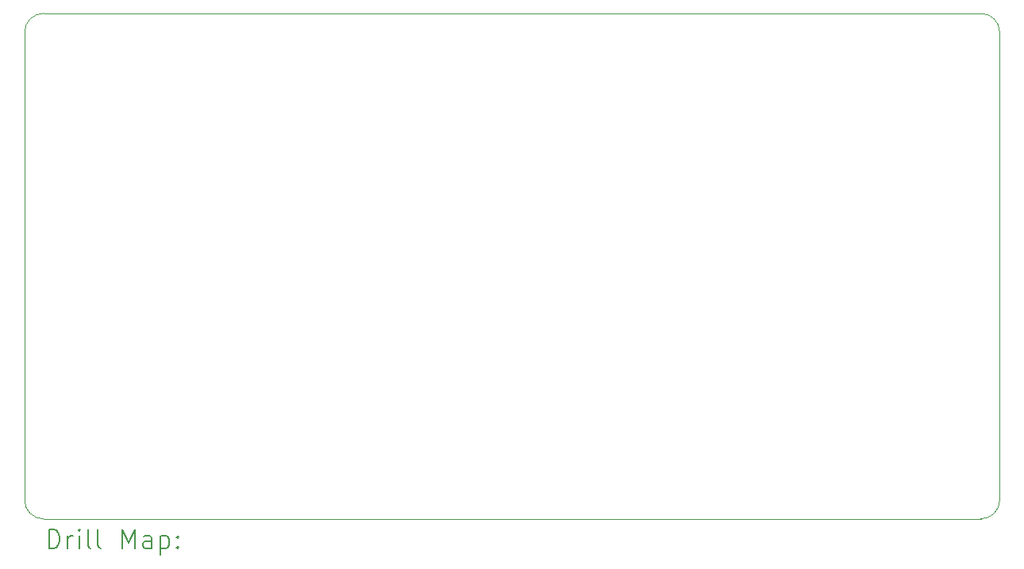
<source format=gbr>
%TF.GenerationSoftware,KiCad,Pcbnew,8.0.8*%
%TF.CreationDate,2025-02-21T18:26:26+02:00*%
%TF.ProjectId,iis22183,69697332-3231-4383-932e-6b696361645f,0*%
%TF.SameCoordinates,Original*%
%TF.FileFunction,Drillmap*%
%TF.FilePolarity,Positive*%
%FSLAX45Y45*%
G04 Gerber Fmt 4.5, Leading zero omitted, Abs format (unit mm)*
G04 Created by KiCad (PCBNEW 8.0.8) date 2025-02-21 18:26:26*
%MOMM*%
%LPD*%
G01*
G04 APERTURE LIST*
%ADD10C,0.050000*%
%ADD11C,0.200000*%
G04 APERTURE END LIST*
D10*
X9950000Y-12500000D02*
X9950000Y-7500000D01*
X9950000Y-7500000D02*
G75*
G02*
X10150000Y-7300000I200000J0D01*
G01*
X10150000Y-12700000D02*
G75*
G02*
X9950000Y-12500000I0J200000D01*
G01*
X20350000Y-12500000D02*
G75*
G02*
X20150000Y-12700000I-200000J0D01*
G01*
X20150000Y-7300000D02*
G75*
G02*
X20350000Y-7500000I0J-200000D01*
G01*
X20350000Y-7500000D02*
X20350000Y-12500000D01*
X20150000Y-12700000D02*
X10150000Y-12700000D01*
X10150000Y-7300000D02*
X20150000Y-7300000D01*
D11*
X10208277Y-13013984D02*
X10208277Y-12813984D01*
X10208277Y-12813984D02*
X10255896Y-12813984D01*
X10255896Y-12813984D02*
X10284467Y-12823508D01*
X10284467Y-12823508D02*
X10303515Y-12842555D01*
X10303515Y-12842555D02*
X10313039Y-12861603D01*
X10313039Y-12861603D02*
X10322563Y-12899698D01*
X10322563Y-12899698D02*
X10322563Y-12928269D01*
X10322563Y-12928269D02*
X10313039Y-12966365D01*
X10313039Y-12966365D02*
X10303515Y-12985412D01*
X10303515Y-12985412D02*
X10284467Y-13004460D01*
X10284467Y-13004460D02*
X10255896Y-13013984D01*
X10255896Y-13013984D02*
X10208277Y-13013984D01*
X10408277Y-13013984D02*
X10408277Y-12880650D01*
X10408277Y-12918746D02*
X10417801Y-12899698D01*
X10417801Y-12899698D02*
X10427324Y-12890174D01*
X10427324Y-12890174D02*
X10446372Y-12880650D01*
X10446372Y-12880650D02*
X10465420Y-12880650D01*
X10532086Y-13013984D02*
X10532086Y-12880650D01*
X10532086Y-12813984D02*
X10522563Y-12823508D01*
X10522563Y-12823508D02*
X10532086Y-12833031D01*
X10532086Y-12833031D02*
X10541610Y-12823508D01*
X10541610Y-12823508D02*
X10532086Y-12813984D01*
X10532086Y-12813984D02*
X10532086Y-12833031D01*
X10655896Y-13013984D02*
X10636848Y-13004460D01*
X10636848Y-13004460D02*
X10627324Y-12985412D01*
X10627324Y-12985412D02*
X10627324Y-12813984D01*
X10760658Y-13013984D02*
X10741610Y-13004460D01*
X10741610Y-13004460D02*
X10732086Y-12985412D01*
X10732086Y-12985412D02*
X10732086Y-12813984D01*
X10989229Y-13013984D02*
X10989229Y-12813984D01*
X10989229Y-12813984D02*
X11055896Y-12956841D01*
X11055896Y-12956841D02*
X11122563Y-12813984D01*
X11122563Y-12813984D02*
X11122563Y-13013984D01*
X11303515Y-13013984D02*
X11303515Y-12909222D01*
X11303515Y-12909222D02*
X11293991Y-12890174D01*
X11293991Y-12890174D02*
X11274943Y-12880650D01*
X11274943Y-12880650D02*
X11236848Y-12880650D01*
X11236848Y-12880650D02*
X11217801Y-12890174D01*
X11303515Y-13004460D02*
X11284467Y-13013984D01*
X11284467Y-13013984D02*
X11236848Y-13013984D01*
X11236848Y-13013984D02*
X11217801Y-13004460D01*
X11217801Y-13004460D02*
X11208277Y-12985412D01*
X11208277Y-12985412D02*
X11208277Y-12966365D01*
X11208277Y-12966365D02*
X11217801Y-12947317D01*
X11217801Y-12947317D02*
X11236848Y-12937793D01*
X11236848Y-12937793D02*
X11284467Y-12937793D01*
X11284467Y-12937793D02*
X11303515Y-12928269D01*
X11398753Y-12880650D02*
X11398753Y-13080650D01*
X11398753Y-12890174D02*
X11417801Y-12880650D01*
X11417801Y-12880650D02*
X11455896Y-12880650D01*
X11455896Y-12880650D02*
X11474943Y-12890174D01*
X11474943Y-12890174D02*
X11484467Y-12899698D01*
X11484467Y-12899698D02*
X11493991Y-12918746D01*
X11493991Y-12918746D02*
X11493991Y-12975888D01*
X11493991Y-12975888D02*
X11484467Y-12994936D01*
X11484467Y-12994936D02*
X11474943Y-13004460D01*
X11474943Y-13004460D02*
X11455896Y-13013984D01*
X11455896Y-13013984D02*
X11417801Y-13013984D01*
X11417801Y-13013984D02*
X11398753Y-13004460D01*
X11579705Y-12994936D02*
X11589229Y-13004460D01*
X11589229Y-13004460D02*
X11579705Y-13013984D01*
X11579705Y-13013984D02*
X11570182Y-13004460D01*
X11570182Y-13004460D02*
X11579705Y-12994936D01*
X11579705Y-12994936D02*
X11579705Y-13013984D01*
X11579705Y-12890174D02*
X11589229Y-12899698D01*
X11589229Y-12899698D02*
X11579705Y-12909222D01*
X11579705Y-12909222D02*
X11570182Y-12899698D01*
X11570182Y-12899698D02*
X11579705Y-12890174D01*
X11579705Y-12890174D02*
X11579705Y-12909222D01*
M02*

</source>
